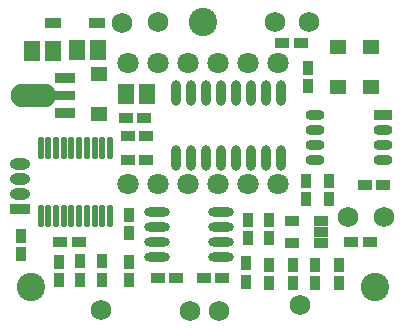
<source format=gbs>
G04*
G04 #@! TF.GenerationSoftware,Altium Limited,Altium Designer,23.10.1 (27)*
G04*
G04 Layer_Color=16711935*
%FSLAX25Y25*%
%MOIN*%
G70*
G04*
G04 #@! TF.SameCoordinates,05B082E4-6B6C-4FD1-8055-B93BD63D6B00*
G04*
G04*
G04 #@! TF.FilePolarity,Negative*
G04*
G01*
G75*
%ADD21R,0.04800X0.03800*%
%ADD23R,0.03800X0.04800*%
%ADD24C,0.07099*%
%ADD25C,0.06902*%
%ADD26O,0.06800X0.03800*%
%ADD27R,0.06800X0.03800*%
%ADD28C,0.09461*%
%ADD50R,0.05721X0.06706*%
%ADD51O,0.02233X0.07658*%
%ADD52R,0.07001X0.03446*%
%ADD53O,0.13501X0.05288*%
%ADD54O,0.08478X0.03038*%
%ADD55O,0.03170X0.08560*%
%ADD56R,0.05524X0.05131*%
%ADD57O,0.06300X0.03300*%
%ADD58R,0.06300X0.03300*%
%ADD59R,0.05131X0.03359*%
%ADD60R,0.05524X0.03556*%
G36*
X12153Y-26063D02*
X12155Y-26063D01*
X12330Y-26067D01*
X12335Y-26068D01*
X12340Y-26067D01*
X12515Y-26080D01*
X12519Y-26080D01*
X12524Y-26081D01*
X12698Y-26101D01*
X12702Y-26102D01*
X12707Y-26102D01*
X12880Y-26131D01*
X12885Y-26132D01*
X12889Y-26133D01*
X13061Y-26169D01*
X13065Y-26171D01*
X13070Y-26172D01*
X13239Y-26216D01*
X13244Y-26218D01*
X13248Y-26219D01*
X13415Y-26272D01*
X13420Y-26273D01*
X13424Y-26274D01*
X13589Y-26335D01*
X13593Y-26337D01*
X13598Y-26338D01*
X13759Y-26406D01*
X13763Y-26409D01*
X13768Y-26410D01*
X13926Y-26486D01*
X13930Y-26488D01*
X13934Y-26490D01*
X14089Y-26573D01*
X14093Y-26575D01*
X14097Y-26577D01*
X14247Y-26667D01*
X14251Y-26670D01*
X14255Y-26672D01*
X14401Y-26769D01*
X14405Y-26772D01*
X14409Y-26775D01*
X14550Y-26878D01*
X14554Y-26882D01*
X14558Y-26884D01*
X14694Y-26994D01*
X14697Y-26998D01*
X14701Y-27000D01*
X14832Y-27117D01*
X14835Y-27120D01*
X14839Y-27123D01*
X14964Y-27246D01*
X14967Y-27249D01*
X14971Y-27252D01*
X15090Y-27381D01*
X15093Y-27384D01*
X15096Y-27387D01*
X15210Y-27521D01*
X15213Y-27525D01*
X15216Y-27529D01*
X15323Y-27667D01*
X15325Y-27671D01*
X15328Y-27675D01*
X15428Y-27819D01*
X15431Y-27823D01*
X15434Y-27826D01*
X15527Y-27975D01*
X15529Y-27979D01*
X15532Y-27983D01*
X15618Y-28135D01*
X15620Y-28139D01*
X15623Y-28143D01*
X15702Y-28300D01*
X15704Y-28304D01*
X15706Y-28308D01*
X15711Y-28322D01*
X15716Y-28336D01*
X15717Y-28341D01*
X15718Y-28345D01*
X15755Y-28504D01*
X22280D01*
X22318Y-28508D01*
X22355Y-28519D01*
X22390Y-28537D01*
X22420Y-28562D01*
X22444Y-28592D01*
X22463Y-28626D01*
X22474Y-28663D01*
X22478Y-28702D01*
Y-31300D01*
X22474Y-31339D01*
X22463Y-31376D01*
X22444Y-31410D01*
X22420Y-31440D01*
X22390Y-31464D01*
X22355Y-31483D01*
X22318Y-31494D01*
X22280Y-31498D01*
X15755D01*
X15718Y-31657D01*
X15717Y-31661D01*
X15716Y-31666D01*
X15711Y-31679D01*
X15706Y-31693D01*
X15704Y-31697D01*
X15702Y-31702D01*
X15623Y-31858D01*
X15620Y-31862D01*
X15618Y-31866D01*
X15532Y-32019D01*
X15529Y-32023D01*
X15527Y-32027D01*
X15434Y-32175D01*
X15431Y-32179D01*
X15428Y-32183D01*
X15328Y-32327D01*
X15325Y-32330D01*
X15323Y-32334D01*
X15216Y-32473D01*
X15212Y-32476D01*
X15210Y-32480D01*
X15096Y-32614D01*
X15093Y-32617D01*
X15090Y-32621D01*
X14971Y-32749D01*
X14967Y-32752D01*
X14964Y-32756D01*
X14839Y-32878D01*
X14835Y-32881D01*
X14832Y-32884D01*
X14701Y-33001D01*
X14697Y-33004D01*
X14694Y-33007D01*
X14558Y-33117D01*
X14554Y-33120D01*
X14550Y-33123D01*
X14409Y-33227D01*
X14405Y-33229D01*
X14401Y-33232D01*
X14255Y-33329D01*
X14251Y-33331D01*
X14247Y-33334D01*
X14097Y-33424D01*
X14093Y-33426D01*
X14089Y-33429D01*
X13934Y-33511D01*
X13930Y-33513D01*
X13926Y-33516D01*
X13768Y-33591D01*
X13763Y-33593D01*
X13759Y-33595D01*
X13598Y-33663D01*
X13593Y-33665D01*
X13589Y-33667D01*
X13424Y-33727D01*
X13420Y-33728D01*
X13415Y-33730D01*
X13248Y-33783D01*
X13244Y-33784D01*
X13239Y-33785D01*
X13070Y-33830D01*
X13065Y-33830D01*
X13061Y-33832D01*
X12889Y-33869D01*
X12885Y-33869D01*
X12880Y-33871D01*
X12707Y-33899D01*
X12702Y-33899D01*
X12698Y-33900D01*
X12524Y-33921D01*
X12519Y-33921D01*
X12515Y-33922D01*
X12340Y-33934D01*
X12335Y-33934D01*
X12330Y-33935D01*
X12155Y-33939D01*
X12153Y-33939D01*
X12150Y-33939D01*
X4850D01*
X4848Y-33939D01*
X4846Y-33939D01*
X4670Y-33935D01*
X4666Y-33934D01*
X4661Y-33934D01*
X4486Y-33922D01*
X4482Y-33921D01*
X4477Y-33921D01*
X4303Y-33900D01*
X4298Y-33899D01*
X4294Y-33899D01*
X4121Y-33871D01*
X4116Y-33869D01*
X4112Y-33869D01*
X3940Y-33832D01*
X3936Y-33830D01*
X3931Y-33830D01*
X3762Y-33785D01*
X3757Y-33784D01*
X3753Y-33783D01*
X3585Y-33730D01*
X3581Y-33728D01*
X3576Y-33727D01*
X3412Y-33667D01*
X3408Y-33665D01*
X3403Y-33663D01*
X3242Y-33595D01*
X3238Y-33593D01*
X3233Y-33591D01*
X3075Y-33516D01*
X3071Y-33513D01*
X3067Y-33511D01*
X2912Y-33429D01*
X2908Y-33426D01*
X2904Y-33424D01*
X2754Y-33334D01*
X2750Y-33331D01*
X2746Y-33329D01*
X2600Y-33232D01*
X2596Y-33229D01*
X2592Y-33227D01*
X2451Y-33123D01*
X2447Y-33120D01*
X2443Y-33117D01*
X2307Y-33007D01*
X2304Y-33004D01*
X2300Y-33001D01*
X2169Y-32884D01*
X2166Y-32881D01*
X2162Y-32878D01*
X2037Y-32756D01*
X2034Y-32752D01*
X2030Y-32749D01*
X1911Y-32621D01*
X1908Y-32617D01*
X1904Y-32614D01*
X1791Y-32480D01*
X1788Y-32476D01*
X1785Y-32473D01*
X1678Y-32334D01*
X1676Y-32330D01*
X1673Y-32327D01*
X1572Y-32183D01*
X1570Y-32179D01*
X1567Y-32175D01*
X1474Y-32027D01*
X1472Y-32023D01*
X1469Y-32019D01*
X1382Y-31866D01*
X1381Y-31862D01*
X1378Y-31858D01*
X1299Y-31702D01*
X1297Y-31697D01*
X1295Y-31693D01*
X1223Y-31533D01*
X1221Y-31529D01*
X1219Y-31525D01*
X1155Y-31362D01*
X1154Y-31357D01*
X1152Y-31353D01*
X1095Y-31187D01*
X1094Y-31182D01*
X1092Y-31178D01*
X1044Y-31010D01*
X1043Y-31005D01*
X1041Y-31001D01*
X1001Y-30830D01*
X1000Y-30825D01*
X999Y-30821D01*
X966Y-30649D01*
X966Y-30644D01*
X965Y-30639D01*
X940Y-30466D01*
X940Y-30461D01*
X939Y-30457D01*
X922Y-30282D01*
X922Y-30277D01*
X922Y-30273D01*
X914Y-30098D01*
X914Y-30093D01*
X913Y-30088D01*
Y-29913D01*
X914Y-29908D01*
X914Y-29904D01*
X922Y-29729D01*
X922Y-29724D01*
X922Y-29719D01*
X939Y-29545D01*
X940Y-29540D01*
X940Y-29536D01*
X965Y-29362D01*
X966Y-29357D01*
X966Y-29353D01*
X999Y-29180D01*
X1000Y-29176D01*
X1001Y-29171D01*
X1041Y-29001D01*
X1043Y-28996D01*
X1044Y-28992D01*
X1092Y-28823D01*
X1094Y-28819D01*
X1095Y-28815D01*
X1152Y-28649D01*
X1154Y-28644D01*
X1155Y-28640D01*
X1219Y-28477D01*
X1221Y-28473D01*
X1223Y-28468D01*
X1295Y-28308D01*
X1297Y-28304D01*
X1299Y-28300D01*
X1378Y-28143D01*
X1381Y-28139D01*
X1382Y-28135D01*
X1469Y-27983D01*
X1472Y-27979D01*
X1474Y-27975D01*
X1567Y-27826D01*
X1570Y-27823D01*
X1572Y-27819D01*
X1673Y-27675D01*
X1676Y-27671D01*
X1678Y-27667D01*
X1785Y-27529D01*
X1788Y-27525D01*
X1791Y-27521D01*
X1904Y-27387D01*
X1908Y-27384D01*
X1911Y-27381D01*
X2030Y-27252D01*
X2034Y-27249D01*
X2037Y-27246D01*
X2162Y-27123D01*
X2166Y-27120D01*
X2169Y-27117D01*
X2300Y-27000D01*
X2304Y-26998D01*
X2307Y-26994D01*
X2443Y-26884D01*
X2447Y-26882D01*
X2451Y-26878D01*
X2592Y-26775D01*
X2596Y-26772D01*
X2600Y-26769D01*
X2746Y-26672D01*
X2750Y-26670D01*
X2754Y-26667D01*
X2904Y-26577D01*
X2908Y-26575D01*
X2912Y-26573D01*
X3067Y-26490D01*
X3071Y-26488D01*
X3075Y-26486D01*
X3233Y-26410D01*
X3238Y-26409D01*
X3242Y-26406D01*
X3403Y-26338D01*
X3408Y-26337D01*
X3412Y-26335D01*
X3576Y-26274D01*
X3581Y-26273D01*
X3585Y-26272D01*
X3753Y-26219D01*
X3757Y-26218D01*
X3762Y-26216D01*
X3931Y-26172D01*
X3936Y-26171D01*
X3940Y-26169D01*
X4112Y-26133D01*
X4116Y-26132D01*
X4121Y-26131D01*
X4294Y-26102D01*
X4298Y-26102D01*
X4303Y-26101D01*
X4477Y-26081D01*
X4482Y-26080D01*
X4486Y-26080D01*
X4661Y-26067D01*
X4666Y-26068D01*
X4670Y-26067D01*
X4846Y-26063D01*
X4848Y-26063D01*
X4850Y-26063D01*
X12150D01*
X12153Y-26063D01*
D02*
G37*
D21*
X65402Y-91000D02*
D03*
X71500D02*
D03*
X56000D02*
D03*
X49902D02*
D03*
X46000Y-43500D02*
D03*
X39902D02*
D03*
X46098Y-51500D02*
D03*
X39902D02*
D03*
X114402Y-79000D02*
D03*
X120598D02*
D03*
X91402Y-12500D02*
D03*
X97598D02*
D03*
X17500Y-79000D02*
D03*
X23598D02*
D03*
X45500Y-37500D02*
D03*
X39402D02*
D03*
X125098Y-60000D02*
D03*
X118902D02*
D03*
D23*
X80000Y-77500D02*
D03*
Y-71402D02*
D03*
X4500Y-83000D02*
D03*
Y-76902D02*
D03*
X40500Y-76000D02*
D03*
Y-69902D02*
D03*
X79500Y-86000D02*
D03*
Y-92098D02*
D03*
X99500Y-64500D02*
D03*
Y-58402D02*
D03*
X87000Y-77500D02*
D03*
Y-71402D02*
D03*
X100000Y-20902D02*
D03*
Y-27000D02*
D03*
X40500Y-85500D02*
D03*
Y-91697D02*
D03*
X31500Y-85303D02*
D03*
Y-91500D02*
D03*
X107000Y-64598D02*
D03*
Y-58402D02*
D03*
X87000Y-92598D02*
D03*
Y-86402D02*
D03*
X110500D02*
D03*
Y-92598D02*
D03*
X102500Y-92500D02*
D03*
Y-86402D02*
D03*
X17000Y-85402D02*
D03*
Y-91598D02*
D03*
X95000Y-92598D02*
D03*
Y-86402D02*
D03*
X24000Y-91500D02*
D03*
Y-85303D02*
D03*
D24*
X40000Y-59500D02*
D03*
X50000D02*
D03*
X60000D02*
D03*
X70000D02*
D03*
X80000D02*
D03*
X90000D02*
D03*
Y-19106D02*
D03*
X80000D02*
D03*
X70000D02*
D03*
X60000D02*
D03*
X50000D02*
D03*
X40000D02*
D03*
D25*
X100500Y-5500D02*
D03*
X113500Y-70500D02*
D03*
X125500D02*
D03*
X60600Y-101700D02*
D03*
X31000Y-101500D02*
D03*
X38000Y-6000D02*
D03*
X50000Y-5500D02*
D03*
X70500Y-101800D02*
D03*
X97500Y-100000D02*
D03*
X89000Y-5500D02*
D03*
D26*
X4000Y-58000D02*
D03*
Y-53000D02*
D03*
Y-63000D02*
D03*
D27*
Y-68000D02*
D03*
D28*
X122441Y-93701D02*
D03*
X64961Y-5512D02*
D03*
X7874Y-93701D02*
D03*
D50*
X15100Y-15100D02*
D03*
X8210D02*
D03*
X29945Y-15000D02*
D03*
X23055D02*
D03*
X39555Y-29500D02*
D03*
X46445D02*
D03*
D51*
X10984Y-47697D02*
D03*
X13543D02*
D03*
X16102D02*
D03*
X18661D02*
D03*
X21220D02*
D03*
X23779D02*
D03*
X26339D02*
D03*
X28898D02*
D03*
X31457D02*
D03*
X34016D02*
D03*
X10984Y-70303D02*
D03*
X13543D02*
D03*
X16102D02*
D03*
X18661D02*
D03*
X21220D02*
D03*
X23779D02*
D03*
X26339D02*
D03*
X28898D02*
D03*
X31457D02*
D03*
X34016D02*
D03*
D52*
X19179Y-24061D02*
D03*
Y-35872D02*
D03*
D53*
X8500Y-30000D02*
D03*
D54*
X49850Y-84000D02*
D03*
Y-79000D02*
D03*
Y-74000D02*
D03*
Y-69000D02*
D03*
X71150Y-84000D02*
D03*
Y-79000D02*
D03*
Y-74000D02*
D03*
Y-69000D02*
D03*
D55*
X91000Y-50770D02*
D03*
X86000D02*
D03*
X81000D02*
D03*
X76000D02*
D03*
X71000D02*
D03*
X66000D02*
D03*
X61000D02*
D03*
X56000D02*
D03*
X91000Y-29230D02*
D03*
X86000D02*
D03*
X81000D02*
D03*
X76000D02*
D03*
X71000D02*
D03*
X66000D02*
D03*
X61000D02*
D03*
X56000D02*
D03*
D56*
X121000Y-27327D02*
D03*
Y-14000D02*
D03*
X30500Y-23000D02*
D03*
Y-36327D02*
D03*
X110000Y-27327D02*
D03*
Y-14000D02*
D03*
D57*
X102500Y-46500D02*
D03*
Y-36500D02*
D03*
Y-51500D02*
D03*
X125138Y-46500D02*
D03*
Y-51500D02*
D03*
X102500Y-41500D02*
D03*
X125138D02*
D03*
D58*
Y-36500D02*
D03*
D59*
X94776Y-71760D02*
D03*
Y-79240D02*
D03*
X104224D02*
D03*
Y-75500D02*
D03*
Y-71760D02*
D03*
D60*
X29783Y-6000D02*
D03*
X15216D02*
D03*
M02*

</source>
